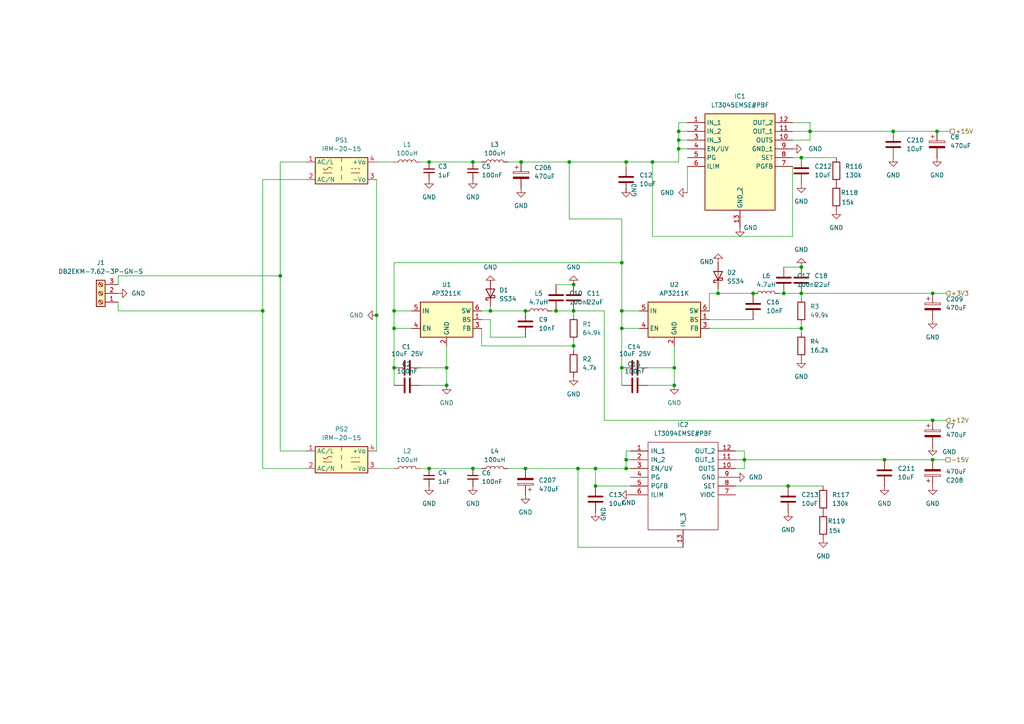
<source format=kicad_sch>
(kicad_sch (version 20250114) (generator "eeschema") (generator_version "9.0")
  (paper "A4")
  (lib_symbols
    (symbol "Connector:Screw_Terminal_01x03" (pin_names (offset 1.016) (hide yes))
      (property "Reference" "J" (at 0 5.08 0))
      (property "Value" "Screw_Terminal_01x03" (at 0 -5.08 0))
      (symbol "Screw_Terminal_01x03_1_1"
        (rectangle (start -1.27 3.81) (end 1.27 -3.81) (stroke (width 0.254)) (fill (type background)))
        (polyline (pts (xy -0.5334 2.8702) (xy 0.3302 2.032)) (stroke (width 0.1524)))
        (polyline (pts (xy -0.5334 0.3302) (xy 0.3302 -0.508)) (stroke (width 0.1524)))
        (polyline (pts (xy -0.5334 -2.2098) (xy 0.3302 -3.048)) (stroke (width 0.1524)))
        (polyline (pts (xy -0.3556 3.048) (xy 0.508 2.2098)) (stroke (width 0.1524)))
        (polyline (pts (xy -0.3556 0.508) (xy 0.508 -0.3302)) (stroke (width 0.1524)))
        (polyline (pts (xy -0.3556 -2.032) (xy 0.508 -2.8702)) (stroke (width 0.1524)))
        (circle (center 0 2.54) (radius 0.635) (stroke (width 0.1524)))
        (circle (center 0 0) (radius 0.635) (stroke (width 0.1524)))
        (circle (center 0 -2.54) (radius 0.635) (stroke (width 0.1524)))
        (pin passive line (at -5.08 2.54 0) (length 3.81) (name "Pin_1") (number "1"))
        (pin passive line (at -5.08 0 0) (length 3.81) (name "Pin_2") (number "2"))
        (pin passive line (at -5.08 -2.54 0) (length 3.81) (name "Pin_3") (number "3"))
      )
    )
    (symbol "Converter_ACDC:IRM-20-15"
      (property "Reference" "PS" (at 0 5.08 0))
      (property "Value" "IRM-20-15" (at 0 -5.08 0))
      (symbol "IRM-20-15_0_1"
        (rectangle (start -7.62 3.81) (end 7.62 -3.81) (stroke (width 0.254)) (fill (type background)))
        (polyline (pts (xy -5.334 -0.635) (xy -2.794 -0.635)))
        (arc (start -4.064 0.635) (mid -4.699 0.2495) (end -5.334 0.635))
        (arc (start -4.064 0.635) (mid -3.429 1.0072) (end -2.794 0.635))
        (polyline (pts (xy 0 3.81) (xy 0 2.54)))
        (polyline (pts (xy 0 1.27) (xy 0 0)))
        (polyline (pts (xy 0 -1.27) (xy 0 -2.54)))
        (polyline (pts (xy 2.794 0.635) (xy 3.302 0.635)))
        (polyline (pts (xy 2.794 -0.635) (xy 5.334 -0.635)))
        (polyline (pts (xy 3.81 0.635) (xy 4.318 0.635)))
        (polyline (pts (xy 4.826 0.635) (xy 5.334 0.635)))
      )
      (symbol "IRM-20-15_1_1"
        (pin power_in line (at -10.16 2.54 0) (length 2.54) (name "AC/L") (number "1"))
        (pin power_in line (at -10.16 -2.54 0) (length 2.54) (name "AC/N") (number "2"))
        (pin power_out line (at 10.16 2.54 180) (length 2.54) (name "+Vo") (number "4"))
        (pin power_out line (at 10.16 -2.54 180) (length 2.54) (name "-Vo") (number "3"))
      )
    )
    (symbol "Device:C" (pin_numbers (hide yes)) (pin_names (offset 0.254))
      (property "Reference" "C" (at 0.635 2.54 0))
      (property "Value" "C" (at 0.635 -2.54 0))
      (symbol "C_0_1"
        (polyline (pts (xy -2.032 0.762) (xy 2.032 0.762)) (stroke (width 0.508)))
        (polyline (pts (xy -2.032 -0.762) (xy 2.032 -0.762)) (stroke (width 0.508)))
      )
      (symbol "C_1_1"
        (pin passive line (at 0 3.81 270) (length 2.794) (name "~") (number "1"))
        (pin passive line (at 0 -3.81 90) (length 2.794) (name "~") (number "2"))
      )
    )
    (symbol "Device:C_Polarized" (pin_numbers (hide yes)) (pin_names (offset 0.254))
      (property "Reference" "C" (at 0.635 2.54 0))
      (property "Value" "C_Polarized" (at 0.635 -2.54 0))
      (symbol "C_Polarized_0_1"
        (rectangle (start -2.286 0.508) (end 2.286 1.016))
        (polyline (pts (xy -1.778 2.286) (xy -0.762 2.286)))
        (polyline (pts (xy -1.27 2.794) (xy -1.27 1.778)))
        (rectangle (start 2.286 -0.508) (end -2.286 -1.016) (fill (type outline)))
      )
      (symbol "C_Polarized_1_1"
        (pin passive line (at 0 3.81 270) (length 2.794) (name "~") (number "1"))
        (pin passive line (at 0 -3.81 90) (length 2.794) (name "~") (number "2"))
      )
    )
    (symbol "Device:C_Small" (pin_numbers (hide yes)) (pin_names (offset 0.254) (hide yes))
      (property "Reference" "C" (at 0.254 1.778 0))
      (property "Value" "C_Small" (at 0.254 -2.032 0))
      (symbol "C_Small_0_1"
        (polyline (pts (xy -1.524 0.508) (xy 1.524 0.508)) (stroke (width 0.3048)))
        (polyline (pts (xy -1.524 -0.508) (xy 1.524 -0.508)) (stroke (width 0.3302)))
      )
      (symbol "C_Small_1_1"
        (pin passive line (at 0 2.54 270) (length 2.032) (name "~") (number "1"))
        (pin passive line (at 0 -2.54 90) (length 2.032) (name "~") (number "2"))
      )
    )
    (symbol "Device:L" (pin_numbers (hide yes)) (pin_names (offset 1.016) (hide yes))
      (property "Reference" "L" (at -1.27 0 90))
      (property "Value" "L" (at 1.905 0 90))
      (symbol "L_0_1"
        (arc (start 0 2.54) (mid 0.6323 1.905) (end 0 1.27))
        (arc (start 0 1.27) (mid 0.6323 0.635) (end 0 0))
        (arc (start 0 0) (mid 0.6323 -0.635) (end 0 -1.27))
        (arc (start 0 -1.27) (mid 0.6323 -1.905) (end 0 -2.54))
      )
      (symbol "L_1_1"
        (pin passive line (at 0 3.81 270) (length 1.27) (name "1") (number "1"))
        (pin passive line (at 0 -3.81 90) (length 1.27) (name "2") (number "2"))
      )
    )
    (symbol "Device:R" (pin_numbers (hide yes)) (pin_names (offset 0))
      (property "Reference" "R" (at 2.032 0 90))
      (property "Value" "R" (at 0 0 90))
      (symbol "R_0_1"
        (rectangle (start -1.016 -2.54) (end 1.016 2.54) (stroke (width 0.254)))
      )
      (symbol "R_1_1"
        (pin passive line (at 0 3.81 270) (length 1.27) (name "~") (number "1"))
        (pin passive line (at 0 -3.81 90) (length 1.27) (name "~") (number "2"))
      )
    )
    (symbol "Diode:SS34" (pin_numbers (hide yes)) (pin_names (offset 1.016) (hide yes))
      (property "Reference" "D" (at 0 2.54 0))
      (property "Value" "SS34" (at 0 -2.54 0))
      (symbol "SS34_0_1"
        (polyline (pts (xy -1.905 0.635) (xy -1.905 1.27) (xy -1.27 1.27) (xy -1.27 -1.27) (xy -0.635 -1.27) (xy -0.635 -0.635)) (stroke (width 0.254)))
        (polyline (pts (xy 1.27 1.27) (xy 1.27 -1.27) (xy -1.27 0) (xy 1.27 1.27)) (stroke (width 0.254)))
        (polyline (pts (xy 1.27 0) (xy -1.27 0)))
      )
      (symbol "SS34_1_1"
        (pin passive line (at -3.81 0 0) (length 2.54) (name "K") (number "1"))
        (pin passive line (at 3.81 0 180) (length 2.54) (name "A") (number "2"))
      )
    )
    (symbol "LT3045EMSE#PBF:LT3045EMSE#PBF"
      (property "Reference" "IC" (at 26.67 7.62 0))
      (property "Value" "LT3045EMSE#PBF" (at 26.67 5.08 0))
      (symbol "LT3045EMSE#PBF_1_1"
        (rectangle (start 5.08 2.54) (end 25.4 -25.4) (stroke (width 0.254)) (fill (type background)))
        (pin passive line (at 0 0 0) (length 5.08) (name "IN_1") (number "1"))
        (pin passive line (at 0 -2.54 0) (length 5.08) (name "IN_2") (number "2"))
        (pin passive line (at 0 -5.08 0) (length 5.08) (name "IN_3") (number "3"))
        (pin passive line (at 0 -7.62 0) (length 5.08) (name "EN/UV") (number "4"))
        (pin passive line (at 0 -10.16 0) (length 5.08) (name "PG") (number "5"))
        (pin passive line (at 0 -12.7 0) (length 5.08) (name "ILIM") (number "6"))
        (pin passive line (at 15.24 -30.48 90) (length 5.08) (name "GND_2") (number "13"))
        (pin passive line (at 30.48 0 180) (length 5.08) (name "OUT_2") (number "12"))
        (pin passive line (at 30.48 -2.54 180) (length 5.08) (name "OUT_1") (number "11"))
        (pin passive line (at 30.48 -5.08 180) (length 5.08) (name "OUTS") (number "10"))
        (pin passive line (at 30.48 -7.62 180) (length 5.08) (name "GND_1") (number "9"))
        (pin passive line (at 30.48 -10.16 180) (length 5.08) (name "SET") (number "8"))
        (pin passive line (at 30.48 -12.7 180) (length 5.08) (name "PGFB") (number "7"))
      )
    )
    (symbol "LT3094EMSE#PBF:LT3094EMSE#PBF" (pin_names (offset 0.762))
      (property "Reference" "IC" (at 26.67 7.62 0))
      (property "Value" "LT3094EMSE#PBF" (at 26.67 5.08 0))
      (symbol "LT3094EMSE#PBF_0_0"
        (pin passive line (at 0 0 0) (length 5.08) (name "IN_1") (number "1"))
        (pin passive line (at 0 -2.54 0) (length 5.08) (name "IN_2") (number "2"))
        (pin passive line (at 0 -5.08 0) (length 5.08) (name "EN/UV") (number "3"))
        (pin passive line (at 0 -7.62 0) (length 5.08) (name "PG") (number "4"))
        (pin passive line (at 0 -10.16 0) (length 5.08) (name "PGFB") (number "5"))
        (pin passive line (at 0 -12.7 0) (length 5.08) (name "ILIM") (number "6"))
        (pin passive line (at 15.24 -27.94 90) (length 5.08) (name "IN_3") (number "13"))
        (pin passive line (at 30.48 0 180) (length 5.08) (name "OUT_2") (number "12"))
        (pin passive line (at 30.48 -2.54 180) (length 5.08) (name "OUT_1") (number "11"))
        (pin passive line (at 30.48 -5.08 180) (length 5.08) (name "OUTS") (number "10"))
        (pin passive line (at 30.48 -7.62 180) (length 5.08) (name "GND") (number "9"))
        (pin passive line (at 30.48 -10.16 180) (length 5.08) (name "SET") (number "8"))
        (pin passive line (at 30.48 -12.7 180) (length 5.08) (name "VIOC") (number "7"))
      )
      (symbol "LT3094EMSE#PBF_0_1"
        (polyline (pts (xy 5.08 2.54) (xy 25.4 2.54) (xy 25.4 -22.86) (xy 5.08 -22.86) (xy 5.08 2.54)) (stroke (width 0.1524)))
      )
    )
    (symbol "Regulator_Switching:AP3211K"
      (property "Reference" "U" (at -7.62 6.35 0))
      (property "Value" "AP3211K" (at 0 6.35 0))
      (symbol "AP3211K_0_1"
        (rectangle (start -7.62 5.08) (end 7.62 -5.08) (stroke (width 0.254)) (fill (type background)))
      )
      (symbol "AP3211K_1_1"
        (pin power_in line (at -10.16 2.54 0) (length 2.54) (name "IN") (number "5"))
        (pin input line (at -10.16 -2.54 0) (length 2.54) (name "EN") (number "4"))
        (pin power_in line (at 0 -7.62 90) (length 2.54) (name "GND") (number "2"))
        (pin passive line (at 10.16 2.54 180) (length 2.54) (name "SW") (number "6"))
        (pin passive line (at 10.16 0 180) (length 2.54) (name "BS") (number "1"))
        (pin input line (at 10.16 -2.54 180) (length 2.54) (name "FB") (number "3"))
      )
    )
    (symbol "power:GND" (power) (pin_numbers (hide yes)) (pin_names (offset 0) (hide yes))
      (property "Value" "GND" (at 0 -3.81 0))
      (symbol "GND_0_1"
        (polyline (pts (xy 0 0) (xy 0 -1.27) (xy 1.27 -1.27) (xy 0 -2.54) (xy -1.27 -1.27) (xy 0 -1.27)))
      )
      (symbol "GND_1_1"
        (pin power_in line (at 0 0 270) (length 0) (name "~") (number "1"))
      )
    )
  )
  (junction (at 181.61 46.99))
  (junction (at 166.37 82.55))
  (junction (at 114.3 95.25))
  (junction (at 218.44 85.09))
  (junction (at 195.58 111.76))
  (junction (at 172.72 140.97))
  (junction (at 151.13 46.99))
  (junction (at 166.37 100.33))
  (junction (at 270.51 121.92))
  (junction (at 114.3 90.17))
  (junction (at 152.4 135.89))
  (junction (at 142.24 90.17))
  (junction (at 180.34 90.17))
  (junction (at 114.3 106.68))
  (junction (at 129.54 111.76))
  (junction (at 137.16 46.99))
  (junction (at 232.41 95.25))
  (junction (at 196.85 40.64))
  (junction (at 180.34 76.2))
  (junction (at 124.46 46.99))
  (junction (at 165.1 46.99))
  (junction (at 232.41 85.09))
  (junction (at 208.28 85.09))
  (junction (at 166.37 90.17))
  (junction (at 172.72 135.89))
  (junction (at 161.29 90.17))
  (junction (at 196.85 43.18))
  (junction (at 167.64 135.89))
  (junction (at 76.2 90.17))
  (junction (at 227.33 85.09))
  (junction (at 234.95 38.1))
  (junction (at 270.51 85.09))
  (junction (at 195.58 106.68))
  (junction (at 124.46 135.89))
  (junction (at 81.28 80.01))
  (junction (at 137.16 135.89))
  (junction (at 129.54 106.68))
  (junction (at 256.54 133.35))
  (junction (at 270.51 133.35))
  (junction (at 228.6 140.97))
  (junction (at 259.08 38.1))
  (junction (at 181.61 133.35))
  (junction (at 232.41 77.47))
  (junction (at 196.85 38.1))
  (junction (at 215.9 133.35))
  (junction (at 180.34 106.68))
  (junction (at 109.22 91.44))
  (junction (at 181.61 135.89))
  (junction (at 152.4 90.17))
  (junction (at 232.41 45.72))
  (junction (at 180.34 95.25))
  (junction (at 271.78 38.1))
  (junction (at 189.23 46.99))
  (wire (pts (xy 165.1 63.5) (xy 165.1 46.99)))
  (wire (pts (xy 147.32 46.99) (xy 151.13 46.99)))
  (wire (pts (xy 114.3 95.25) (xy 114.3 90.17)))
  (wire (pts (xy 270.51 133.35) (xy 274.32 133.35)))
  (wire (pts (xy 76.2 90.17) (xy 76.2 135.89)))
  (wire (pts (xy 259.08 38.1) (xy 271.78 38.1)))
  (wire (pts (xy 172.72 140.97) (xy 172.72 135.89)))
  (wire (pts (xy 139.7 95.25) (xy 139.7 100.33)))
  (wire (pts (xy 34.29 80.01) (xy 34.29 82.55)))
  (wire (pts (xy 271.78 38.1) (xy 275.59 38.1)))
  (wire (pts (xy 270.51 133.35) (xy 256.54 133.35)))
  (wire (pts (xy 215.9 130.81) (xy 215.9 133.35)))
  (wire (pts (xy 114.3 95.25) (xy 119.38 95.25)))
  (wire (pts (xy 34.29 87.63) (xy 34.29 90.17)))
  (wire (pts (xy 180.34 90.17) (xy 180.34 95.25)))
  (wire (pts (xy 81.28 130.81) (xy 81.28 80.01)))
  (wire (pts (xy 121.92 106.68) (xy 129.54 106.68)))
  (wire (pts (xy 229.87 35.56) (xy 234.95 35.56)))
  (wire (pts (xy 121.92 111.76) (xy 129.54 111.76)))
  (wire (pts (xy 180.34 76.2) (xy 180.34 63.5)))
  (wire (pts (xy 180.34 90.17) (xy 185.42 90.17)))
  (wire (pts (xy 195.58 111.76) (xy 195.58 106.68)))
  (wire (pts (xy 114.3 106.68) (xy 114.3 111.76)))
  (wire (pts (xy 270.51 85.09) (xy 274.32 85.09)))
  (wire (pts (xy 161.29 90.17) (xy 166.37 90.17)))
  (wire (pts (xy 175.26 90.17) (xy 175.26 121.92)))
  (wire (pts (xy 232.41 93.98) (xy 232.41 95.25)))
  (wire (pts (xy 180.34 95.25) (xy 185.42 95.25)))
  (wire (pts (xy 270.51 121.92) (xy 274.32 121.92)))
  (wire (pts (xy 139.7 100.33) (xy 166.37 100.33)))
  (wire (pts (xy 81.28 80.01) (xy 81.28 46.99)))
  (wire (pts (xy 213.36 130.81) (xy 215.9 130.81)))
  (wire (pts (xy 114.3 76.2) (xy 180.34 76.2)))
  (wire (pts (xy 229.87 68.58) (xy 189.23 68.58)))
  (wire (pts (xy 34.29 90.17) (xy 76.2 90.17)))
  (wire (pts (xy 205.74 85.09) (xy 205.74 90.17)))
  (wire (pts (xy 166.37 100.33) (xy 166.37 101.6)))
  (wire (pts (xy 187.96 106.68) (xy 195.58 106.68)))
  (wire (pts (xy 180.34 63.5) (xy 165.1 63.5)))
  (wire (pts (xy 142.24 88.9) (xy 142.24 90.17)))
  (wire (pts (xy 151.13 46.99) (xy 165.1 46.99)))
  (wire (pts (xy 109.22 46.99) (xy 114.3 46.99)))
  (wire (pts (xy 196.85 38.1) (xy 196.85 40.64)))
  (wire (pts (xy 166.37 90.17) (xy 175.26 90.17)))
  (wire (pts (xy 76.2 135.89) (xy 88.9 135.89)))
  (wire (pts (xy 180.34 95.25) (xy 180.34 106.68)))
  (wire (pts (xy 199.39 48.26) (xy 199.39 55.88)))
  (wire (pts (xy 181.61 54.61) (xy 181.61 55.88)))
  (wire (pts (xy 180.34 76.2) (xy 180.34 90.17)))
  (wire (pts (xy 196.85 38.1) (xy 199.39 38.1)))
  (wire (pts (xy 114.3 90.17) (xy 114.3 76.2)))
  (wire (pts (xy 142.24 90.17) (xy 152.4 90.17)))
  (wire (pts (xy 129.54 111.76) (xy 129.54 106.68)))
  (wire (pts (xy 229.87 45.72) (xy 232.41 45.72)))
  (wire (pts (xy 129.54 100.33) (xy 129.54 106.68)))
  (wire (pts (xy 189.23 68.58) (xy 189.23 46.99)))
  (wire (pts (xy 199.39 35.56) (xy 196.85 35.56)))
  (wire (pts (xy 196.85 43.18) (xy 196.85 46.99)))
  (wire (pts (xy 142.24 97.79) (xy 142.24 92.71)))
  (wire (pts (xy 234.95 38.1) (xy 234.95 40.64)))
  (wire (pts (xy 160.02 90.17) (xy 161.29 90.17)))
  (wire (pts (xy 137.16 135.89) (xy 139.7 135.89)))
  (wire (pts (xy 205.74 95.25) (xy 232.41 95.25)))
  (wire (pts (xy 109.22 135.89) (xy 114.3 135.89)))
  (wire (pts (xy 199.39 40.64) (xy 196.85 40.64)))
  (wire (pts (xy 196.85 40.64) (xy 196.85 43.18)))
  (wire (pts (xy 139.7 90.17) (xy 142.24 90.17)))
  (wire (pts (xy 147.32 135.89) (xy 152.4 135.89)))
  (wire (pts (xy 187.96 111.76) (xy 195.58 111.76)))
  (wire (pts (xy 181.61 48.26) (xy 181.61 46.99)))
  (wire (pts (xy 208.28 85.09) (xy 218.44 85.09)))
  (wire (pts (xy 167.64 135.89) (xy 172.72 135.89)))
  (wire (pts (xy 189.23 46.99) (xy 196.85 46.99)))
  (wire (pts (xy 213.36 133.35) (xy 215.9 133.35)))
  (wire (pts (xy 180.34 106.68) (xy 180.34 111.76)))
  (wire (pts (xy 109.22 52.07) (xy 109.22 91.44)))
  (wire (pts (xy 152.4 135.89) (xy 167.64 135.89)))
  (wire (pts (xy 196.85 35.56) (xy 196.85 38.1)))
  (wire (pts (xy 76.2 52.07) (xy 76.2 90.17)))
  (wire (pts (xy 114.3 90.17) (xy 119.38 90.17)))
  (wire (pts (xy 172.72 135.89) (xy 181.61 135.89)))
  (wire (pts (xy 213.36 140.97) (xy 228.6 140.97)))
  (wire (pts (xy 161.29 82.55) (xy 166.37 82.55)))
  (wire (pts (xy 121.92 46.99) (xy 124.46 46.99)))
  (wire (pts (xy 226.06 85.09) (xy 227.33 85.09)))
  (wire (pts (xy 124.46 135.89) (xy 137.16 135.89)))
  (wire (pts (xy 215.9 133.35) (xy 256.54 133.35)))
  (wire (pts (xy 152.4 97.79) (xy 142.24 97.79)))
  (wire (pts (xy 181.61 133.35) (xy 181.61 135.89)))
  (wire (pts (xy 114.3 106.68) (xy 114.3 95.25)))
  (wire (pts (xy 88.9 130.81) (xy 81.28 130.81)))
  (wire (pts (xy 182.88 140.97) (xy 172.72 140.97)))
  (wire (pts (xy 181.61 46.99) (xy 189.23 46.99)))
  (wire (pts (xy 213.36 135.89) (xy 215.9 135.89)))
  (wire (pts (xy 139.7 46.99) (xy 137.16 46.99)))
  (wire (pts (xy 232.41 85.09) (xy 270.51 85.09)))
  (wire (pts (xy 165.1 46.99) (xy 181.61 46.99)))
  (wire (pts (xy 234.95 38.1) (xy 259.08 38.1)))
  (wire (pts (xy 205.74 85.09) (xy 208.28 85.09)))
  (wire (pts (xy 175.26 121.92) (xy 270.51 121.92)))
  (wire (pts (xy 81.28 46.99) (xy 88.9 46.99)))
  (wire (pts (xy 88.9 52.07) (xy 76.2 52.07)))
  (wire (pts (xy 232.41 86.36) (xy 232.41 85.09)))
  (wire (pts (xy 182.88 130.81) (xy 181.61 130.81)))
  (wire (pts (xy 139.7 92.71) (xy 142.24 92.71)))
  (wire (pts (xy 232.41 95.25) (xy 232.41 96.52)))
  (wire (pts (xy 181.61 133.35) (xy 182.88 133.35)))
  (wire (pts (xy 229.87 38.1) (xy 234.95 38.1)))
  (wire (pts (xy 195.58 100.33) (xy 195.58 106.68)))
  (wire (pts (xy 215.9 133.35) (xy 215.9 135.89)))
  (wire (pts (xy 181.61 130.81) (xy 181.61 133.35)))
  (wire (pts (xy 166.37 91.44) (xy 166.37 90.17)))
  (wire (pts (xy 227.33 85.09) (xy 232.41 85.09)))
  (wire (pts (xy 167.64 158.75) (xy 167.64 135.89)))
  (wire (pts (xy 121.92 135.89) (xy 124.46 135.89)))
  (wire (pts (xy 34.29 80.01) (xy 81.28 80.01)))
  (wire (pts (xy 234.95 40.64) (xy 229.87 40.64)))
  (wire (pts (xy 198.12 158.75) (xy 167.64 158.75)))
  (wire (pts (xy 142.24 81.28) (xy 142.24 82.55)))
  (wire (pts (xy 227.33 77.47) (xy 232.41 77.47)))
  (wire (pts (xy 232.41 45.72) (xy 242.57 45.72)))
  (wire (pts (xy 229.87 48.26) (xy 229.87 68.58)))
  (wire (pts (xy 109.22 91.44) (xy 109.22 130.81)))
  (wire (pts (xy 234.95 35.56) (xy 234.95 38.1)))
  (wire (pts (xy 181.61 135.89) (xy 182.88 135.89)))
  (wire (pts (xy 166.37 99.06) (xy 166.37 100.33)))
  (wire (pts (xy 205.74 92.71) (xy 218.44 92.71)))
  (wire (pts (xy 199.39 43.18) (xy 196.85 43.18)))
  (wire (pts (xy 228.6 140.97) (xy 238.76 140.97)))
  (wire (pts (xy 124.46 46.99) (xy 137.16 46.99)))
  (wire (pts (xy 208.28 83.82) (xy 208.28 85.09)))
  (hierarchical_label "+3V3" (shape input) (at 274.32 85.09 0))
  (hierarchical_label "+12V" (shape input) (at 274.32 121.92 0))
  (hierarchical_label "-15V" (shape passive) (at 274.32 133.35 0))
  (hierarchical_label "+15V" (shape passive) (at 275.59 38.1 0))
  (symbol (lib_id "Device:R") (at 242.57 49.53 0) (unit 1)
    (property "Reference" "R116" (at 245.11 48.2599 0) (effects (justify left)))
    (property "Value" "130k" (at 245.11 50.7999 0) (effects (justify left)))
    (property "Footprint" "Resistor_SMD:R_0805_2012Metric_Pad1.20x1.40mm_HandSolder" (effects (hide yes)))
    (property "Description" "Resistor" (effects (hide yes)))
  )
  (symbol (lib_id "power:GND") (at 181.61 54.61 0) (unit 1)
    (property "Reference" "#PWR012" (effects (hide yes)))
    (property "Value" "GND" (at 183.896 53.086 90) (effects (justify right)))
    (property "Description" "Power symbol creates a global label with name \"GND\" , ground" (effects (hide yes)))
  )
  (symbol (lib_id "Device:L") (at 143.51 46.99 90) (unit 1)
    (property "Reference" "L3" (at 143.51 41.91 90))
    (property "Value" "100uH" (at 143.51 44.45 90))
    (property "Footprint" "Inductor_SMD:L_12x12mm_H8mm" (effects (hide yes)))
    (property "Description" "Inductor" (effects (hide yes)))
  )
  (symbol (lib_id "Device:L") (at 143.51 135.89 90) (unit 1)
    (property "Reference" "L4" (at 143.51 130.81 90))
    (property "Value" "100uH" (at 143.51 133.35 90))
    (property "Footprint" "Inductor_SMD:L_12x12mm_H8mm" (effects (hide yes)))
    (property "Description" "Inductor" (effects (hide yes)))
  )
  (symbol (lib_id "power:GND") (at 152.4 143.51 0) (unit 1)
    (property "Reference" "#PWR0330" (effects (hide yes)))
    (property "Value" "GND" (at 152.4 148.59 0))
    (property "Description" "Power symbol creates a global label with name \"GND\" , ground" (effects (hide yes)))
  )
  (symbol (lib_id "power:GND") (at 270.51 92.71 0) (unit 1)
    (property "Reference" "#PWR0334" (effects (hide yes)))
    (property "Value" "GND" (at 270.51 97.79 0))
    (property "Description" "Power symbol creates a global label with name \"GND\" , ground" (effects (hide yes)))
  )
  (symbol (lib_id "power:GND") (at 242.57 60.96 0) (unit 1)
    (property "Reference" "#PWR0339" (effects (hide yes)))
    (property "Value" "GND" (at 242.57 66.04 0))
    (property "Description" "Power symbol creates a global label with name \"GND\" , ground" (effects (hide yes)))
  )
  (symbol (lib_id "Device:C") (at 259.08 41.91 0) (unit 1)
    (property "Reference" "C210" (at 262.89 40.6399 0) (effects (justify left)))
    (property "Value" "10uF" (at 262.89 43.1799 0) (effects (justify left)))
    (property "Footprint" "Capacitor_SMD:C_0805_2012Metric_Pad1.18x1.45mm_HandSolder" (effects (hide yes)))
    (property "Description" "Unpolarized capacitor LOW ESR below 20mOHM and low ESL below 2nH" (effects (hide yes)))
  )
  (symbol (lib_id "Device:C_Polarized") (at 151.13 50.8 0) (unit 1)
    (property "Reference" "C206" (at 154.94 48.6409 0) (effects (justify left)))
    (property "Value" "470uF" (at 154.94 51.1809 0) (effects (justify left)))
    (property "Footprint" "Capacitor_SMD:CP_Elec_10x10.5" (effects (hide yes)))
    (property "Description" "Polarized capacitor" (effects (hide yes)))
  )
  (symbol (lib_id "Regulator_Switching:AP3211K") (at 129.54 92.71 0) (unit 1)
    (property "Reference" "U1" (at 129.54 82.55 0))
    (property "Value" "AP3211K" (at 129.54 85.09 0))
    (property "Footprint" "Package_TO_SOT_SMD:SOT-23-6" (effects (hide yes)))
    (property "Datasheet" "https://www.diodes.com/assets/Datasheets/AP3211.pdf" (effects (hide yes)))
    (property "Description" "1.5A, Adjustable Step-Down Voltage Regulator, 1.4MHz Frequency, Vin=4.5..18V, Vout=0.81..15V, SOT-23-6" (effects (hide yes)))
  )
  (symbol (lib_id "power:GND") (at 142.24 82.55 180) (unit 1)
    (property "Reference" "#PWR07" (effects (hide yes)))
    (property "Value" "GND" (at 142.24 77.47 0))
    (property "Description" "Power symbol creates a global label with name \"GND\" , ground" (effects (hide yes)))
  )
  (symbol (lib_id "Regulator_Switching:AP3211K") (at 195.58 92.71 0) (unit 1)
    (property "Reference" "U2" (at 195.58 82.55 0))
    (property "Value" "AP3211K" (at 195.58 85.09 0))
    (property "Footprint" "Package_TO_SOT_SMD:SOT-23-6" (effects (hide yes)))
    (property "Datasheet" "https://www.diodes.com/assets/Datasheets/AP3211.pdf" (effects (hide yes)))
    (property "Description" "1.5A, Adjustable Step-Down Voltage Regulator, 1.4MHz Frequency, Vin=4.5..18V, Vout=0.81..15V, SOT-23-6" (effects (hide yes)))
  )
  (symbol (lib_id "power:GND") (at 256.54 140.97 0) (unit 1)
    (property "Reference" "#PWR0337" (effects (hide yes)))
    (property "Value" "GND" (at 256.54 146.05 0))
    (property "Description" "Power symbol creates a global label with name \"GND\" , ground" (effects (hide yes)))
  )
  (symbol (lib_id "power:GND") (at 232.41 104.14 0) (unit 1)
    (property "Reference" "#PWR021" (effects (hide yes)))
    (property "Value" "GND" (at 232.41 109.22 0))
    (property "Description" "Power symbol creates a global label with name \"GND\" , ground" (effects (hide yes)))
  )
  (symbol (lib_id "Converter_ACDC:IRM-20-15") (at 99.06 49.53 0) (unit 1)
    (property "Reference" "PS1" (at 99.06 40.64 0))
    (property "Value" "IRM-20-15" (at 99.06 43.18 0))
    (property "Footprint" "Converter_ACDC:Converter_ACDC_MeanWell_IRM-20-xx_THT" (effects (hide yes)))
    (property "Datasheet" "http://www.meanwell.com/Upload/PDF/IRM-20/IRM-20-SPEC.PDF" (effects (hide yes)))
    (property "Description" "15V, 1.4A, 21W, Isolated, AC-DC, 219A(IRM20)" (effects (hide yes)))
  )
  (symbol (lib_id "power:GND") (at 229.87 43.18 90) (unit 1)
    (property "Reference" "#PWR018" (effects (hide yes)))
    (property "Value" "GND" (at 234.442 43.18 90) (effects (justify right)))
    (property "Description" "Power symbol creates a global label with name \"GND\" , ground" (effects (hide yes)))
  )
  (symbol (lib_id "power:GND") (at 214.63 66.04 0) (unit 1)
    (property "Reference" "#PWR016" (effects (hide yes)))
    (property "Value" "GND" (at 217.678 66.04 0))
    (property "Description" "Power symbol creates a global label with name \"GND\" , ground" (effects (hide yes)))
  )
  (symbol (lib_id "Device:L") (at 118.11 46.99 90) (unit 1)
    (property "Reference" "L1" (at 118.11 41.91 90))
    (property "Value" "100uH" (at 118.11 44.45 90))
    (property "Footprint" "Inductor_SMD:L_12x12mm_H8mm" (effects (hide yes)))
    (property "Description" "Inductor" (effects (hide yes)))
  )
  (symbol (lib_id "power:GND") (at 137.16 140.97 0) (unit 1)
    (property "Reference" "#PWR06" (effects (hide yes)))
    (property "Value" "GND" (at 137.16 146.05 0))
    (property "Description" "Power symbol creates a global label with name \"GND\" , ground" (effects (hide yes)))
  )
  (symbol (lib_id "Device:C") (at 118.11 106.68 270) (unit 1)
    (property "Reference" "C1" (at 117.856 100.584 90))
    (property "Value" "10uF 25V" (at 118.11 102.616 90))
    (property "Footprint" "Capacitor_SMD:C_0805_2012Metric" (effects (hide yes)))
    (property "Description" "Unpolarized capacitor" (effects (hide yes)))
  )
  (symbol (lib_id "Diode:SS34") (at 208.28 80.01 90) (unit 1)
    (property "Reference" "D2" (at 210.82 79.0574 90) (effects (justify right)))
    (property "Value" "SS34" (at 210.82 81.5974 90) (effects (justify right)))
    (property "Footprint" "Diode_SMD:D_SMA" (effects (hide yes)))
    (property "Datasheet" "https://www.vishay.com/docs/88751/ss32.pdf" (effects (hide yes)))
    (property "Description" "40V 3A Schottky Diode, SMA" (effects (hide yes)))
  )
  (symbol (lib_id "Device:R") (at 238.76 152.4 0) (unit 1)
    (property "Reference" "R119" (at 240.03 151.13 0) (effects (justify left)))
    (property "Value" "15k" (at 240.284 153.924 0) (effects (justify left)))
    (property "Footprint" "Resistor_SMD:R_0805_2012Metric_Pad1.20x1.40mm_HandSolder" (effects (hide yes)))
    (property "Description" "Resistor" (effects (hide yes)))
  )
  (symbol (lib_id "Device:C_Small") (at 124.46 138.43 0) (unit 1)
    (property "Reference" "C4" (at 127 137.1662 0) (effects (justify left)))
    (property "Value" "1uF" (at 127 139.7062 0) (effects (justify left)))
    (property "Footprint" "Capacitor_SMD:C_0805_2012Metric" (effects (hide yes)))
    (property "Description" "Unpolarized capacitor, small symbol" (effects (hide yes)))
  )
  (symbol (lib_id "power:GND") (at 238.76 156.21 0) (unit 1)
    (property "Reference" "#PWR0341" (effects (hide yes)))
    (property "Value" "GND" (at 238.76 161.29 0))
    (property "Description" "Power symbol creates a global label with name \"GND\" , ground" (effects (hide yes)))
  )
  (symbol (lib_id "power:GND") (at 232.41 53.34 0) (unit 1)
    (property "Reference" "#PWR0338" (effects (hide yes)))
    (property "Value" "GND" (at 232.41 58.42 0))
    (property "Description" "Power symbol creates a global label with name \"GND\" , ground" (effects (hide yes)))
  )
  (symbol (lib_id "Device:C") (at 184.15 106.68 270) (unit 1)
    (property "Reference" "C14" (at 183.896 100.584 90))
    (property "Value" "10uF 25V" (at 184.15 102.616 90))
    (property "Footprint" "Capacitor_SMD:C_0805_2012Metric" (effects (hide yes)))
    (property "Description" "Unpolarized capacitor" (effects (hide yes)))
  )
  (symbol (lib_id "power:GND") (at 232.41 77.47 180) (unit 1)
    (property "Reference" "#PWR020" (effects (hide yes)))
    (property "Value" "GND" (at 232.41 72.39 0))
    (property "Description" "Power symbol creates a global label with name \"GND\" , ground" (effects (hide yes)))
  )
  (symbol (lib_id "Device:L") (at 222.25 85.09 90) (unit 1)
    (property "Reference" "L6" (at 222.25 80.01 90))
    (property "Value" "4.7uH" (at 222.25 82.55 90))
    (property "Footprint" "Inductor_SMD:L_0805_2012Metric_Pad1.05x1.20mm_HandSolder" (effects (hide yes)))
    (property "Description" "Inductor" (effects (hide yes)))
  )
  (symbol (lib_id "Device:C") (at 166.37 86.36 0) (unit 1)
    (property "Reference" "C11" (at 170.18 85.0899 0) (effects (justify left)))
    (property "Value" "22uF" (at 170.18 87.6299 0) (effects (justify left)))
    (property "Footprint" "Capacitor_SMD:C_0805_2012Metric" (effects (hide yes)))
    (property "Description" "Unpolarized capacitor" (effects (hide yes)))
  )
  (symbol (lib_id "power:GND") (at 259.08 45.72 0) (unit 1)
    (property "Reference" "#PWR0336" (effects (hide yes)))
    (property "Value" "GND" (at 259.08 50.8 0))
    (property "Description" "Power symbol creates a global label with name \"GND\" , ground" (effects (hide yes)))
  )
  (symbol (lib_id "Device:C_Polarized") (at 152.4 139.7 180) (unit 1)
    (property "Reference" "C207" (at 156.21 139.3189 0) (effects (justify right)))
    (property "Value" "470uF" (at 156.21 141.8589 0) (effects (justify right)))
    (property "Footprint" "Capacitor_SMD:CP_Elec_10x10.5" (effects (hide yes)))
    (property "Description" "Polarized capacitor" (effects (hide yes)))
  )
  (symbol (lib_id "Device:C") (at 256.54 137.16 0) (unit 1)
    (property "Reference" "C211" (at 260.35 135.8899 0) (effects (justify left)))
    (property "Value" "10uF" (at 260.35 138.4299 0) (effects (justify left)))
    (property "Footprint" "Capacitor_SMD:C_0805_2012Metric_Pad1.18x1.45mm_HandSolder" (effects (hide yes)))
    (property "Description" "Unpolarized capacitor LOW ESR below 20mOHM and low ESL below 2nH" (effects (hide yes)))
  )
  (symbol (lib_id "LT3045EMSE#PBF:LT3045EMSE#PBF") (at 199.39 35.56 0) (unit 1)
    (property "Reference" "IC1" (at 214.63 27.94 0))
    (property "Value" "LT3045EMSE#PBF" (at 214.63 30.48 0))
    (property "Footprint" "components:SOP65P490X110-13N" (effects (hide yes)))
    (property "Datasheet" "http://cds.linear.com/docs/en/datasheet/3045f.pdf" (effects (hide yes)))
    (property "Description" "12-LEAD PLASTIC MSOP" (effects (hide yes)))
    (property "Height" "1.1" (effects (hide yes)))
    (property "Mouser Part Number" "584-LT3045EMSE#PBF" (effects (hide yes)))
    (property "Mouser Price/Stock" "https://www.mouser.co.uk/ProductDetail/Analog-Devices/LT3045EMSEPBF?qs=oahfZPh6IALaLGJLx0PWbw%3D%3D" (effects (hide yes)))
    (property "Manufacturer_Name" "Analog Devices" (effects (hide yes)))
    (property "Manufacturer_Part_Number" "LT3045EMSE#PBF" (effects (hide yes)))
  )
  (symbol (lib_id "power:GND") (at 208.28 76.2 180) (unit 1)
    (property "Reference" "#PWR017" (effects (hide yes)))
    (property "Value" "GND" (at 204.978 75.946 0))
    (property "Description" "Power symbol creates a global label with name \"GND\" , ground" (effects (hide yes)))
  )
  (symbol (lib_id "Device:C") (at 218.44 88.9 0) (unit 1)
    (property "Reference" "C16" (at 222.25 87.6299 0) (effects (justify left)))
    (property "Value" "10nF" (at 222.25 90.1699 0) (effects (justify left)))
    (property "Footprint" "Capacitor_SMD:C_0805_2012Metric" (effects (hide yes)))
    (property "Description" "Unpolarized capacitor" (effects (hide yes)))
  )
  (symbol (lib_id "Device:C") (at 118.11 111.76 270) (unit 1)
    (property "Reference" "C2" (at 117.856 105.664 90))
    (property "Value" "100nF" (at 118.11 107.696 90))
    (property "Footprint" "Capacitor_SMD:C_0805_2012Metric" (effects (hide yes)))
    (property "Description" "Unpolarized capacitor" (effects (hide yes)))
  )
  (symbol (lib_id "power:GND") (at 124.46 52.07 0) (unit 1)
    (property "Reference" "#PWR02" (effects (hide yes)))
    (property "Value" "GND" (at 124.46 57.15 0))
    (property "Description" "Power symbol creates a global label with name \"GND\" , ground" (effects (hide yes)))
  )
  (symbol (lib_id "Connector:Screw_Terminal_01x03") (at 29.21 85.09 180) (unit 1)
    (property "Reference" "J1" (at 29.21 76.2 0))
    (property "Value" "DB2EKM-7.62-3P-GN-S" (at 29.21 78.74 0))
    (property "Footprint" "TerminalBlock_CUI:TerminalBlock_CUI_TB007-508-03_1x03_P5.08mm_Horizontal" (effects (hide yes)))
    (property "Description" "Generic screw terminal, single row, 01x03, script generated (kicad-library-utils/schlib/autogen/connector/)" (effects (hide yes)))
  )
  (symbol (lib_id "power:GND") (at 213.36 138.43 90) (unit 1)
    (property "Reference" "#PWR019" (effects (hide yes)))
    (property "Value" "GND" (at 217.17 138.4299 90) (effects (justify right)))
    (property "Description" "Power symbol creates a global label with name \"GND\" , ground" (effects (hide yes)))
  )
  (symbol (lib_id "power:GND") (at 124.46 140.97 0) (unit 1)
    (property "Reference" "#PWR03" (effects (hide yes)))
    (property "Value" "GND" (at 124.46 146.05 0))
    (property "Description" "Power symbol creates a global label with name \"GND\" , ground" (effects (hide yes)))
  )
  (symbol (lib_id "power:GND") (at 270.51 129.54 0) (unit 1)
    (property "Reference" "#PWR09" (effects (hide yes)))
    (property "Value" "GND" (at 275.336 131.064 0))
    (property "Description" "Power symbol creates a global label with name \"GND\" , ground" (effects (hide yes)))
  )
  (symbol (lib_id "power:GND") (at 109.22 91.44 270) (unit 1)
    (property "Reference" "#PWR0333" (effects (hide yes)))
    (property "Value" "GND" (at 105.41 91.4399 90) (effects (justify right)))
    (property "Description" "Power symbol creates a global label with name \"GND\" , ground" (effects (hide yes)))
  )
  (symbol (lib_id "Device:C_Small") (at 137.16 138.43 0) (unit 1)
    (property "Reference" "C6" (at 139.7 137.1662 0) (effects (justify left)))
    (property "Value" "100nF" (at 139.7 139.7062 0) (effects (justify left)))
    (property "Footprint" "Capacitor_SMD:C_0805_2012Metric" (effects (hide yes)))
    (property "Description" "Unpolarized capacitor, small symbol" (effects (hide yes)))
  )
  (symbol (lib_id "power:GND") (at 172.72 148.59 0) (unit 1)
    (property "Reference" "#PWR013" (effects (hide yes)))
    (property "Value" "GND" (at 175.006 147.066 90) (effects (justify right)))
    (property "Description" "Power symbol creates a global label with name \"GND\" , ground" (effects (hide yes)))
  )
  (symbol (lib_id "Device:C_Polarized") (at 270.51 137.16 0) (mirror x) (unit 1)
    (property "Reference" "C208" (at 274.32 139.3191 0) (effects (justify left)))
    (property "Value" "470uF" (at 274.32 136.7791 0) (effects (justify left)))
    (property "Footprint" "Capacitor_SMD:CP_Elec_10x10.5" (effects (hide yes)))
    (property "Description" "Polarized capacitor" (effects (hide yes)))
  )
  (symbol (lib_id "Device:C") (at 228.6 144.78 0) (unit 1)
    (property "Reference" "C213" (at 232.41 143.5099 0) (effects (justify left)))
    (property "Value" "10uF" (at 232.41 146.0499 0) (effects (justify left)))
    (property "Footprint" "Capacitor_SMD:C_0805_2012Metric_Pad1.18x1.45mm_HandSolder" (effects (hide yes)))
    (property "Description" "Unpolarized capacitor LOW ESR below 20mOHM and low ESL below 2nH" (effects (hide yes)))
  )
  (symbol (lib_id "Device:C") (at 184.15 111.76 270) (unit 1)
    (property "Reference" "C15" (at 183.896 105.664 90))
    (property "Value" "100nF" (at 184.15 107.696 90))
    (property "Footprint" "Capacitor_SMD:C_0805_2012Metric" (effects (hide yes)))
    (property "Description" "Unpolarized capacitor" (effects (hide yes)))
  )
  (symbol (lib_id "Device:C_Small") (at 137.16 49.53 0) (unit 1)
    (property "Reference" "C5" (at 139.7 48.2662 0) (effects (justify left)))
    (property "Value" "100nF" (at 139.7 50.8062 0) (effects (justify left)))
    (property "Footprint" "Capacitor_SMD:C_0805_2012Metric" (effects (hide yes)))
    (property "Description" "Unpolarized capacitor, small symbol" (effects (hide yes)))
  )
  (symbol (lib_id "power:GND") (at 228.6 148.59 0) (unit 1)
    (property "Reference" "#PWR0340" (effects (hide yes)))
    (property "Value" "GND" (at 228.6 153.67 0))
    (property "Description" "Power symbol creates a global label with name \"GND\" , ground" (effects (hide yes)))
  )
  (symbol (lib_id "Device:C_Small") (at 124.46 49.53 0) (unit 1)
    (property "Reference" "C3" (at 127 48.2662 0) (effects (justify left)))
    (property "Value" "1uF" (at 127 50.8062 0) (effects (justify left)))
    (property "Footprint" "Capacitor_SMD:C_0805_2012Metric" (effects (hide yes)))
    (property "Description" "Unpolarized capacitor, small symbol" (effects (hide yes)))
  )
  (symbol (lib_id "Device:R") (at 242.57 57.15 0) (unit 1)
    (property "Reference" "R118" (at 243.84 55.88 0) (effects (justify left)))
    (property "Value" "15k" (at 244.094 58.674 0) (effects (justify left)))
    (property "Footprint" "Resistor_SMD:R_0805_2012Metric_Pad1.20x1.40mm_HandSolder" (effects (hide yes)))
    (property "Description" "Resistor" (effects (hide yes)))
  )
  (symbol (lib_id "power:GND") (at 151.13 54.61 0) (unit 1)
    (property "Reference" "#PWR08" (effects (hide yes)))
    (property "Value" "GND" (at 151.13 59.69 0))
    (property "Description" "Power symbol creates a global label with name \"GND\" , ground" (effects (hide yes)))
  )
  (symbol (lib_id "power:GND") (at 166.37 82.55 180) (unit 1)
    (property "Reference" "#PWR010" (effects (hide yes)))
    (property "Value" "GND" (at 166.37 77.47 0))
    (property "Description" "Power symbol creates a global label with name \"GND\" , ground" (effects (hide yes)))
  )
  (symbol (lib_id "Device:R") (at 238.76 144.78 0) (unit 1)
    (property "Reference" "R117" (at 241.3 143.5099 0) (effects (justify left)))
    (property "Value" "130k" (at 241.3 146.0499 0) (effects (justify left)))
    (property "Footprint" "Resistor_SMD:R_0805_2012Metric_Pad1.20x1.40mm_HandSolder" (effects (hide yes)))
    (property "Description" "Resistor" (effects (hide yes)))
  )
  (symbol (lib_id "power:GND") (at 34.29 85.09 90) (unit 1)
    (property "Reference" "#PWR01" (effects (hide yes)))
    (property "Value" "GND" (at 38.1 85.0899 90) (effects (justify right)))
    (property "Description" "Power symbol creates a global label with name \"GND\" , ground" (effects (hide yes)))
  )
  (symbol (lib_id "Device:L") (at 118.11 135.89 90) (unit 1)
    (property "Reference" "L2" (at 118.11 130.81 90))
    (property "Value" "100uH" (at 118.11 133.35 90))
    (property "Footprint" "Inductor_SMD:L_12x12mm_H8mm" (effects (hide yes)))
    (property "Description" "Inductor" (effects (hide yes)))
  )
  (symbol (lib_id "Device:C") (at 152.4 93.98 0) (unit 1)
    (property "Reference" "C9" (at 156.21 92.7099 0) (effects (justify left)))
    (property "Value" "10nF" (at 156.21 95.2499 0) (effects (justify left)))
    (property "Footprint" "Capacitor_SMD:C_0805_2012Metric" (effects (hide yes)))
    (property "Description" "Unpolarized capacitor" (effects (hide yes)))
  )
  (symbol (lib_id "power:GND") (at 182.88 143.51 270) (unit 1)
    (property "Reference" "#PWR014" (effects (hide yes)))
    (property "Value" "GND" (at 184.404 145.796 90) (effects (justify right)))
    (property "Description" "Power symbol creates a global label with name \"GND\" , ground" (effects (hide yes)))
  )
  (symbol (lib_id "Device:C_Polarized") (at 271.78 41.91 0) (unit 1)
    (property "Reference" "C8" (at 275.59 39.7509 0) (effects (justify left)))
    (property "Value" "470uF" (at 275.59 42.2909 0) (effects (justify left)))
    (property "Footprint" "Capacitor_SMD:CP_Elec_10x10.5" (effects (hide yes)))
    (property "Description" "Polarized capacitor" (effects (hide yes)))
  )
  (symbol (lib_id "power:GND") (at 195.58 111.76 0) (unit 1)
    (property "Reference" "#PWR015" (effects (hide yes)))
    (property "Value" "GND" (at 195.58 116.84 0))
    (property "Description" "Power symbol creates a global label with name \"GND\" , ground" (effects (hide yes)))
  )
  (symbol (lib_id "Device:R") (at 166.37 95.25 0) (unit 1)
    (property "Reference" "R1" (at 168.91 93.9799 0) (effects (justify left)))
    (property "Value" "64.9k" (at 168.91 96.5199 0) (effects (justify left)))
    (property "Footprint" "Resistor_SMD:R_0805_2012Metric" (effects (hide yes)))
    (property "Description" "Resistor" (effects (hide yes)))
  )
  (symbol (lib_id "Device:L") (at 156.21 90.17 90) (unit 1)
    (property "Reference" "L5" (at 156.21 85.09 90))
    (property "Value" "4.7uH" (at 156.21 87.63 90))
    (property "Footprint" "Inductor_SMD:L_0805_2012Metric_Pad1.05x1.20mm_HandSolder" (effects (hide yes)))
    (property "Description" "Inductor" (effects (hide yes)))
  )
  (symbol (lib_id "Device:C") (at 172.72 144.78 0) (unit 1)
    (property "Reference" "C13" (at 176.53 143.5099 0) (effects (justify left)))
    (property "Value" "10uF" (at 176.53 146.0499 0) (effects (justify left)))
    (property "Footprint" "Capacitor_SMD:C_0805_2012Metric_Pad1.18x1.45mm_HandSolder" (effects (hide yes)))
    (property "Description" "Unpolarized capacitor LOW ESR below 20mOHM and low ESL below 2nH" (effects (hide yes)))
  )
  (symbol (lib_id "power:GND") (at 270.51 140.97 0) (unit 1)
    (property "Reference" "#PWR0332" (effects (hide yes)))
    (property "Value" "GND" (at 270.51 146.05 0))
    (property "Description" "Power symbol creates a global label with name \"GND\" , ground" (effects (hide yes)))
  )
  (symbol (lib_id "power:GND") (at 199.39 55.88 270) (unit 1)
    (property "Reference" "#PWR0335" (effects (hide yes)))
    (property "Value" "GND" (at 195.58 55.8799 90) (effects (justify right)))
    (property "Description" "Power symbol creates a global label with name \"GND\" , ground" (effects (hide yes)))
  )
  (symbol (lib_id "Device:C") (at 161.29 86.36 0) (unit 1)
    (property "Reference" "C10" (at 165.1 85.0899 0) (effects (justify left)))
    (property "Value" "100nF" (at 165.1 87.6299 0) (effects (justify left)))
    (property "Footprint" "Capacitor_SMD:C_0805_2012Metric" (effects (hide yes)))
    (property "Description" "Unpolarized capacitor" (effects (hide yes)))
  )
  (symbol (lib_id "power:GND") (at 137.16 52.07 0) (unit 1)
    (property "Reference" "#PWR05" (effects (hide yes)))
    (property "Value" "GND" (at 137.16 57.15 0))
    (property "Description" "Power symbol creates a global label with name \"GND\" , ground" (effects (hide yes)))
  )
  (symbol (lib_id "Device:C") (at 181.61 52.07 0) (unit 1)
    (property "Reference" "C12" (at 185.42 50.7999 0) (effects (justify left)))
    (property "Value" "10uF" (at 185.42 53.3399 0) (effects (justify left)))
    (property "Footprint" "Capacitor_SMD:C_0805_2012Metric_Pad1.18x1.45mm_HandSolder" (effects (hide yes)))
    (property "Description" "Unpolarized capacitor LOW ESR below 20mOHM and low ESL below 2nH" (effects (hide yes)))
  )
  (symbol (lib_id "Device:R") (at 232.41 100.33 0) (unit 1)
    (property "Reference" "R4" (at 234.95 99.0599 0) (effects (justify left)))
    (property "Value" "16.2k" (at 234.95 101.5999 0) (effects (justify left)))
    (property "Footprint" "Resistor_SMD:R_0805_2012Metric" (effects (hide yes)))
    (property "Description" "Resistor" (effects (hide yes)))
  )
  (symbol (lib_id "Diode:SS34") (at 142.24 85.09 90) (unit 1)
    (property "Reference" "D1" (at 144.78 84.1374 90) (effects (justify right)))
    (property "Value" "SS34" (at 144.78 86.6774 90) (effects (justify right)))
    (property "Footprint" "Diode_SMD:D_SMA" (effects (hide yes)))
    (property "Datasheet" "https://www.vishay.com/docs/88751/ss32.pdf" (effects (hide yes)))
    (property "Description" "40V 3A Schottky Diode, SMA" (effects (hide yes)))
  )
  (symbol (lib_id "power:GND") (at 271.78 45.72 0) (unit 1)
    (property "Reference" "#PWR0331" (effects (hide yes)))
    (property "Value" "GND" (at 271.78 50.8 0))
    (property "Description" "Power symbol creates a global label with name \"GND\" , ground" (effects (hide yes)))
  )
  (symbol (lib_id "Device:R") (at 232.41 90.17 0) (unit 1)
    (property "Reference" "R3" (at 234.95 88.8999 0) (effects (justify left)))
    (property "Value" "49.9k" (at 234.95 91.4399 0) (effects (justify left)))
    (property "Footprint" "Resistor_SMD:R_0805_2012Metric" (effects (hide yes)))
    (property "Description" "Resistor" (effects (hide yes)))
  )
  (symbol (lib_id "power:GND") (at 129.54 111.76 0) (unit 1)
    (property "Reference" "#PWR04" (effects (hide yes)))
    (property "Value" "GND" (at 129.54 116.84 0))
    (property "Description" "Power symbol creates a global label with name \"GND\" , ground" (effects (hide yes)))
  )
  (symbol (lib_id "Device:C") (at 232.41 49.53 0) (unit 1)
    (property "Reference" "C212" (at 236.22 48.2599 0) (effects (justify left)))
    (property "Value" "10uF" (at 236.22 50.7999 0) (effects (justify left)))
    (property "Footprint" "Capacitor_SMD:C_0805_2012Metric_Pad1.18x1.45mm_HandSolder" (effects (hide yes)))
    (property "Description" "Unpolarized capacitor LOW ESR below 20mOHM and low ESL below 2nH" (effects (hide yes)))
  )
  (symbol (lib_id "Device:R") (at 166.37 105.41 0) (unit 1)
    (property "Reference" "R2" (at 168.91 104.1399 0) (effects (justify left)))
    (property "Value" "4.7k" (at 168.91 106.6799 0) (effects (justify left)))
    (property "Footprint" "Resistor_SMD:R_0805_2012Metric" (effects (hide yes)))
    (property "Description" "Resistor" (effects (hide yes)))
  )
  (symbol (lib_id "LT3094EMSE#PBF:LT3094EMSE#PBF") (at 182.88 130.81 0) (unit 1)
    (property "Reference" "IC2" (at 198.12 123.19 0))
    (property "Value" "LT3094EMSE#PBF" (at 198.12 125.73 0))
    (property "Footprint" "components:SOP65P490X110-13N" (effects (hide yes)))
    (property "Datasheet" "https://www.analog.com/media/en/technical-documentation/data-sheets/LT3094.pdf" (effects (hide yes)))
    (property "Description" "LDO Voltage Regulators -20V, 500mA Ultralow Noise/PSRR LDO" (effects (hide yes)))
    (property "Description_1" "LDO Voltage Regulators -20V, 500mA Ultralow Noise/PSRR LDO" (effects (hide yes)))
    (property "Height" "1.1" (effects (hide yes)))
    (property "Mouser Part Number" "584-LT3094EMSE#PBF" (effects (hide yes)))
    (property "Mouser Price/Stock" "https://www.mouser.co.uk/ProductDetail/Analog-Devices/LT3094EMSEPBF?qs=qSfuJ%252Bfl%2Fd6MpUgXTyHQpQ%3D%3D" (effects (hide yes)))
    (property "Manufacturer_Name" "Analog Devices" (effects (hide yes)))
    (property "Manufacturer_Part_Number" "LT3094EMSE#PBF" (effects (hide yes)))
  )
  (symbol (lib_id "Device:C_Polarized") (at 270.51 88.9 0) (unit 1)
    (property "Reference" "C209" (at 274.32 86.7409 0) (effects (justify left)))
    (property "Value" "470uF" (at 274.32 89.2809 0) (effects (justify left)))
    (property "Footprint" "Capacitor_SMD:CP_Elec_10x10.5" (effects (hide yes)))
    (property "Description" "Polarized capacitor" (effects (hide yes)))
  )
  (symbol (lib_id "Device:C_Polarized") (at 270.51 125.73 0) (unit 1)
    (property "Reference" "C7" (at 274.32 123.5709 0) (effects (justify left)))
    (property "Value" "470uF" (at 274.32 126.1109 0) (effects (justify left)))
    (property "Footprint" "Capacitor_SMD:CP_Elec_10x10.5" (effects (hide yes)))
    (property "Description" "Polarized capacitor" (effects (hide yes)))
  )
  (symbol (lib_id "Device:C") (at 227.33 81.28 0) (unit 1)
    (property "Reference" "C17" (at 231.14 80.0099 0) (effects (justify left)))
    (property "Value" "100nF" (at 231.14 82.5499 0) (effects (justify left)))
    (property "Footprint" "Capacitor_SMD:C_0805_2012Metric" (effects (hide yes)))
    (property "Description" "Unpolarized capacitor" (effects (hide yes)))
  )
  (symbol (lib_id "Converter_ACDC:IRM-20-15") (at 99.06 133.35 0) (unit 1)
    (property "Reference" "PS2" (at 99.06 124.46 0))
    (property "Value" "IRM-20-15" (at 99.06 127 0))
    (property "Footprint" "Converter_ACDC:Converter_ACDC_MeanWell_IRM-20-xx_THT" (effects (hide yes)))
    (property "Datasheet" "http://www.meanwell.com/Upload/PDF/IRM-20/IRM-20-SPEC.PDF" (effects (hide yes)))
    (property "Description" "15V, 1.4A, 21W, Isolated, AC-DC, 219A(IRM20)" (effects (hide yes)))
  )
  (symbol (lib_id "power:GND") (at 166.37 109.22 0) (unit 1)
    (property "Reference" "#PWR011" (effects (hide yes)))
    (property "Value" "GND" (at 166.37 114.3 0))
    (property "Description" "Power symbol creates a global label with name \"GND\" , ground" (effects (hide yes)))
  )
  (symbol (lib_id "Device:C") (at 232.41 81.28 0) (unit 1)
    (property "Reference" "C18" (at 236.22 80.0099 0) (effects (justify left)))
    (property "Value" "22uF" (at 236.22 82.5499 0) (effects (justify left)))
    (property "Footprint" "Capacitor_SMD:C_0805_2012Metric" (effects (hide yes)))
    (property "Description" "Unpolarized capacitor" (effects (hide yes)))
  )
)
</source>
